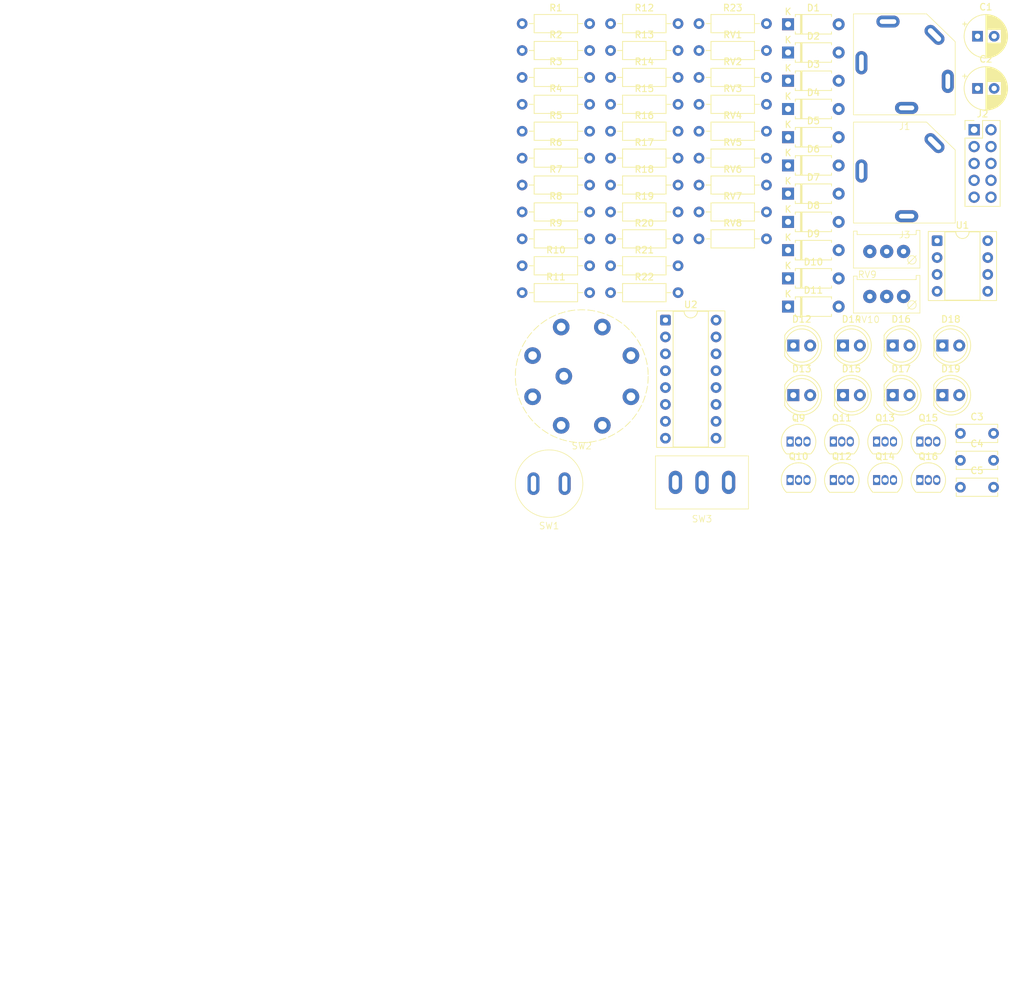
<source format=kicad_pcb>
(kicad_pcb (version 20241229) (generator "pcbnew") (generator_version "9.0")
  (layers (0 "F.Cu" signal) (2 "B.Cu" signal) (13 "F.Paste" user) (15 "B.Paste" user) (5 "F.SilkS" user "F.Silkscreen") (7 "B.SilkS" user "B.Silkscreen") (1 "F.Mask" user) (3 "B.Mask" user) (25 "Edge.Cuts" user))
  (net 0 "")
  (net 1 "+12V")
  (net 2 "GND")
  (net 3 "-12V")
  (net 4 "Net-(D1-A)")
  (net 5 "Net-(D1-K)")
  (net 6 "Net-(D2-K)")
  (net 7 "Net-(D2-A)")
  (net 8 "Net-(D3-A)")
  (net 9 "Net-(D10-K)")
  (net 10 "Net-(D4-A)")
  (net 11 "Net-(D5-A)")
  (net 12 "Net-(D6-A)")
  (net 13 "Net-(D7-A)")
  (net 14 "Net-(D8-A)")
  (net 15 "Net-(D9-A)")
  (net 16 "Net-(D10-A)")
  (net 17 "Net-(D11-A)")
  (net 18 "Net-(D12-A)")
  (net 19 "Net-(D12-K)")
  (net 20 "Net-(D13-A)")
  (net 21 "Net-(D13-K)")
  (net 22 "Net-(D14-K)")
  (net 23 "Net-(D14-A)")
  (net 24 "Net-(D15-K)")
  (net 25 "Net-(D15-A)")
  (net 26 "Net-(D16-K)")
  (net 27 "Net-(D16-A)")
  (net 28 "Net-(D17-K)")
  (net 29 "Net-(D17-A)")
  (net 30 "Net-(D18-K)")
  (net 31 "Net-(D18-A)")
  (net 32 "Net-(D19-K)")
  (net 33 "Net-(D19-A)")
  (net 34 "Net-(J1-PadT)")
  (net 35 "Net-(J3-PadT)")
  (net 36 "Net-(Q9-B)")
  (net 37 "Net-(Q10-B)")
  (net 38 "Net-(Q11-B)")
  (net 39 "Net-(Q12-B)")
  (net 40 "Net-(Q13-B)")
  (net 41 "Net-(Q14-B)")
  (net 42 "Net-(Q15-B)")
  (net 43 "Net-(Q16-B)")
  (net 44 "Net-(U1B-+)")
  (net 45 "Net-(SW3-B)")
  (net 46 "S1")
  (net 47 "S5")
  (net 48 "Net-(R9-Pad2)")
  (net 49 "Net-(SW3-A)")
  (net 50 "Net-(R10-Pad2)")
  (net 51 "Net-(SW3-C)")
  (net 52 "S2")
  (net 53 "S6")
  (net 54 "S3")
  (net 55 "S7")
  (net 56 "Net-(U1A--)")
  (net 57 "S4")
  (net 58 "S8")
  (net 59 "Net-(U2-Q8)")
  (footprint "Connector_PinHeader_2.54mm:PinHeader_2x05_P2.54mm_Vertical" (layer "F.Cu") (at 219.239 49.956)
    (property "Reference" "J2" (at 1.27 -2.38 0) (layer "F.SilkS"))
    (property "Value" "Eurorack 10 pin")
    (pad "1" thru_hole rect (at 0 0) (size 1.7 1.7) (drill 1) (layers "*.Cu" "*.Mask") (net 1 "+12V"))
    (pad "2" thru_hole circle (at 2.54 0) (size 1.7 1.7) (drill 1) (layers "*.Cu" "*.Mask") (net 1 "+12V"))
    (pad "3" thru_hole circle (at 0 2.54) (size 1.7 1.7) (drill 1) (layers "*.Cu" "*.Mask") (net 2 "GND"))
    (pad "4" thru_hole circle (at 2.54 2.54) (size 1.7 1.7) (drill 1) (layers "*.Cu" "*.Mask") (net 2 "GND"))
    (pad "5" thru_hole circle (at 0 5.08) (size 1.7 1.7) (drill 1) (layers "*.Cu" "*.Mask") (net 2 "GND"))
    (pad "6" thru_hole circle (at 2.54 5.08) (size 1.7 1.7) (drill 1) (layers "*.Cu" "*.Mask") (net 2 "GND"))
    (pad "7" thru_hole circle (at 0 7.62) (size 1.7 1.7) (drill 1) (layers "*.Cu" "*.Mask") (net 2 "GND"))
    (pad "8" thru_hole circle (at 2.54 7.62) (size 1.7 1.7) (drill 1) (layers "*.Cu" "*.Mask") (net 2 "GND"))
    (pad "9" thru_hole circle (at 0 10.16) (size 1.7 1.7) (drill 1) (layers "*.Cu" "*.Mask") (net 3 "-12V"))
    (pad "10" thru_hole circle (at 2.54 10.16) (size 1.7 1.7) (drill 1) (layers "*.Cu" "*.Mask") (net 3 "-12V"))
  )
  (footprint "Resistor_THT:R_Axial_DIN0207_L6.3mm_D2.5mm_P10.16mm_Horizontal" (layer "F.Cu") (at 151.199 74.486)
    (property "Reference" "R11" (at 5.08 -2.37 0) (layer "F.SilkS"))
    (property "Value" "100k")
    (pad "1" thru_hole circle (at 0 0) (size 1.6 1.6) (drill 0.8) (layers "*.Cu" "*.Mask") (net 52 "S2"))
    (pad "2" thru_hole oval (at 10.16 0) (size 1.6 1.6) (drill 0.8) (layers "*.Cu" "*.Mask") (net 37 "Net-(Q10-B)"))
  )
  (footprint "Resistor_THT:R_Axial_DIN0207_L6.3mm_D2.5mm_P10.16mm_Horizontal" (layer "F.Cu") (at 151.199 33.986)
    (property "Reference" "R1" (at 5.08 -2.37 0) (layer "F.SilkS"))
    (property "Value" "100k")
    (pad "1" thru_hole circle (at 0 0) (size 1.6 1.6) (drill 0.8) (layers "*.Cu" "*.Mask") (net 34 "Net-(J1-PadT)"))
    (pad "2" thru_hole oval (at 10.16 0) (size 1.6 1.6) (drill 0.8) (layers "*.Cu" "*.Mask") (net 44 "Net-(U1B-+)"))
  )
  (footprint "Diode_THT:D_A-405_P7.62mm_Horizontal" (layer "F.Cu") (at 191.229 76.586)
    (property "Reference" "D11" (at 3.81 -2.47 0) (layer "F.SilkS"))
    (property "Value" "1N4148")
    (fp_text user "K" (at 0 -1.9 0) (layer "F.SilkS"))
    (pad "1" thru_hole rect (at 0 0) (size 1.8 1.8) (drill 0.9) (layers "*.Cu" "*.Mask") (net 9 "Net-(D10-K)"))
    (pad "2" thru_hole oval (at 7.62 0) (size 1.8 1.8) (drill 0.9) (layers "*.Cu" "*.Mask") (net 17 "Net-(D11-A)"))
  )
  (footprint "LED_THT:LED_D5.0mm" (layer "F.Cu") (at 199.499 82.446)
    (property "Reference" "D14" (at 1.27 -3.96 0) (layer "F.SilkS"))
    (property "Value" "LED")
    (pad "1" thru_hole rect (at 0 0) (size 1.8 1.8) (drill 0.9) (layers "*.Cu" "*.Mask") (net 22 "Net-(D14-K)"))
    (pad "2" thru_hole circle (at 2.54 0) (size 1.8 1.8) (drill 0.9) (layers "*.Cu" "*.Mask") (net 23 "Net-(D14-A)"))
  )
  (footprint "Resistor_THT:R_Axial_DIN0207_L6.3mm_D2.5mm_P10.16mm_Horizontal" (layer "F.Cu") (at 177.819 62.336)
    (property "Reference" "RV7" (at 5.08 -2.37 0) (layer "F.SilkS"))
    (property "Value" "100k")
    (pad "1" thru_hole circle (at 0 0) (size 1.6 1.6) (drill 0.8) (layers "*.Cu" "*.Mask") (net 55 "S7"))
    (pad "2" thru_hole oval (at 10.16 0) (size 1.6 1.6) (drill 0.8) (layers "*.Cu" "*.Mask") (net 16 "Net-(D10-A)"))
  )
  (footprint "LED_THT:LED_D5.0mm" (layer "F.Cu") (at 214.459 82.446)
    (property "Reference" "D18" (at 1.27 -3.96 0) (layer "F.SilkS"))
    (property "Value" "LED")
    (pad "1" thru_hole rect (at 0 0) (size 1.8 1.8) (drill 0.9) (layers "*.Cu" "*.Mask") (net 30 "Net-(D18-K)"))
    (pad "2" thru_hole circle (at 2.54 0) (size 1.8 1.8) (drill 0.9) (layers "*.Cu" "*.Mask") (net 31 "Net-(D18-A)"))
  )
  (footprint "Resistor_THT:R_Axial_DIN0207_L6.3mm_D2.5mm_P10.16mm_Horizontal" (layer "F.Cu") (at 151.199 58.286)
    (property "Reference" "R7" (at 5.08 -2.37 0) (layer "F.SilkS"))
    (property "Value" "1k")
    (pad "1" thru_hole circle (at 0 0) (size 1.6 1.6) (drill 0.8) (layers "*.Cu" "*.Mask") (net 1 "+12V"))
    (pad "2" thru_hole oval (at 10.16 0) (size 1.6 1.6) (drill 0.8) (layers "*.Cu" "*.Mask") (net 18 "Net-(D12-A)"))
  )
  (footprint "Resistor_THT:R_Axial_DIN0207_L6.3mm_D2.5mm_P10.16mm_Horizontal" (layer "F.Cu") (at 164.509 62.336)
    (property "Reference" "R19" (at 5.08 -2.37 0) (layer "F.SilkS"))
    (property "Value" "1k")
    (pad "1" thru_hole circle (at 0 0) (size 1.6 1.6) (drill 0.8) (layers "*.Cu" "*.Mask") (net 56 "Net-(U1A--)"))
    (pad "2" thru_hole oval (at 10.16 0) (size 1.6 1.6) (drill 0.8) (layers "*.Cu" "*.Mask") (net 35 "Net-(J3-PadT)"))
  )
  (footprint "cynthia:6.35 mm jack socket mono in 3 pin socket tip pin west" (layer "F.Cu") (at 208.774 56.476)
    (property "Reference" "J3" (at 0 9.3 0) (layer "F.SilkS") (effects (font (thickness 0.1))))
    (property "Value" "CV out" (hide yes))
    (pad "" thru_hole oval (at 0.3 6.5 270) (size 1.8 3.5) (drill oval 0.7 2.3) (layers "*.Cu" "*.Mask"))
    (pad "S" thru_hole oval (at 4.5 -4.5 135) (size 3.5 1.8) (drill oval 2.5 0.8) (layers "*.Cu" "*.Mask") (net 2 "GND"))
    (pad "T" thru_hole oval (at -6.5 -0.3 90) (size 3.5 1.8) (drill oval 2.5 0.7) (layers "*.Cu" "*.Mask") (net 35 "Net-(J3-PadT)"))
  )
  (footprint "cynthia:mini switch" (layer "F.Cu") (at 178.274 103.051)
    (property "Reference" "SW3" (at 0 5.5 0) (layer "F.SilkS") (effects (font (thickness 0.1))))
    (property "Value" "SW_SPDT_312")
    (pad "1" thru_hole oval (at -4 0 90) (size 3.5 2) (drill oval 2.2 1) (layers "*.Cu" "*.Mask") (net 45 "Net-(SW3-B)"))
    (pad "2" thru_hole oval (at 0 0 90) (size 3.5 2) (drill oval 2.2 1) (layers "*.Cu" "*.Mask") (net 51 "Net-(SW3-C)"))
    (pad "3" thru_hole oval (at 4 0 90) (size 3.5 2) (drill oval 2.2 1) (layers "*.Cu" "*.Mask") (net 49 "Net-(SW3-A)"))
  )
  (footprint "Package_DIP:DIP-16_W7.62mm_Socket" (layer "F.Cu") (at 172.769 78.616)
    (property "Reference" "U2" (at 3.81 -2.33 0) (layer "F.SilkS"))
    (property "Value" "4017")
    (pad "1" thru_hole roundrect (at 0 0) (size 1.6 1.6) (drill 0.8) (layers "*.Cu" "*.Mask") (roundrect_rratio 0.15625) (net 53 "S6"))
    (pad "2" thru_hole circle (at 0 2.54) (size 1.6 1.6) (drill 0.8) (layers "*.Cu" "*.Mask") (net 52 "S2"))
    (pad "3" thru_hole circle (at 0 5.08) (size 1.6 1.6) (drill 0.8) (layers "*.Cu" "*.Mask") (net 46 "S1"))
    (pad "4" thru_hole circle (at 0 7.62) (size 1.6 1.6) (drill 0.8) (layers "*.Cu" "*.Mask") (net 54 "S3"))
    (pad "5" thru_hole circle (at 0 10.16) (size 1.6 1.6) (drill 0.8) (layers "*.Cu" "*.Mask") (net 55 "S7"))
    (pad "6" thru_hole circle (at 0 12.7) (size 1.6 1.6) (drill 0.8) (layers "*.Cu" "*.Mask") (net 58 "S8"))
    (pad "7" thru_hole circle (at 0 15.24) (size 1.6 1.6) (drill 0.8) (layers "*.Cu" "*.Mask") (net 57 "S4"))
    (pad "8" thru_hole circle (at 0 17.78) (size 1.6 1.6) (drill 0.8) (layers "*.Cu" "*.Mask") (net 2 "GND"))
    (pad "9" thru_hole circle (at 7.62 17.78) (size 1.6 1.6) (drill 0.8) (layers "*.Cu" "*.Mask") (net 59 "Net-(U2-Q8)"))
    (pad "10" thru_hole circle (at 7.62 15.24) (size 1.6 1.6) (drill 0.8) (layers "*.Cu" "*.Mask") (net 47 "S5"))
    (pad "11" thru_hole circle (at 7.62 12.7) (size 1.6 1.6) (drill 0.8) (layers "*.Cu" "*.Mask"))
    (pad "12" thru_hole circle (at 7.62 10.16) (size 1.6 1.6) (drill 0.8) (layers "*.Cu" "*.Mask"))
    (pad "13" thru_hole circle (at 7.62 7.62) (size 1.6 1.6) (drill 0.8) (layers "*.Cu" "*.Mask") (net 2 "GND"))
    (pad "14" thru_hole circle (at 7.62 5.08) (size 1.6 1.6) (drill 0.8) (layers "*.Cu" "*.Mask") (net 6 "Net-(D2-K)"))
    (pad "15" thru_hole circle (at 7.62 2.54) (size 1.6 1.6) (drill 0.8) (layers "*.Cu" "*.Mask") (net 5 "Net-(D1-K)"))
    (pad "16" thru_hole circle (at 7.62 0) (size 1.6 1.6) (drill 0.8) (layers "*.Cu" "*.Mask") (net 1 "+12V"))
  )
  (footprint "Capacitor_THT:C_Disc_D6.0mm_W2.5mm_P5.00mm" (layer "F.Cu") (at 217.169 99.726)
    (property "Reference" "C4" (at 2.5 -2.5 0) (layer "F.SilkS"))
    (property "Value" "100nF")
    (pad "1" thru_hole circle (at 0 0) (size 1.6 1.6) (drill 0.8) (layers "*.Cu" "*.Mask") (net 1 "+12V"))
    (pad "2" thru_hole circle (at 5 0) (size 1.6 1.6) (drill 0.8) (layers "*.Cu" "*.Mask") (net 2 "GND"))
  )
  (footprint "Resistor_THT:R_Axial_DIN0207_L6.3mm_D2.5mm_P10.16mm_Horizontal" (layer "F.Cu") (at 151.199 50.186)
    (property "Reference" "R5" (at 5.08 -2.37 0) (layer "F.SilkS"))
    (property "Value" "100k")
    (pad "1" thru_hole circle (at 0 0) (size 1.6 1.6) (drill 0.8) (layers "*.Cu" "*.Mask") (net 46 "S1"))
    (pad "2" thru_hole oval (at 10.16 0) (size 1.6 1.6) (drill 0.8) (layers "*.Cu" "*.Mask") (net 36 "Net-(Q9-B)"))
  )
  (footprint "Resistor_THT:R_Axial_DIN0207_L6.3mm_D2.5mm_P10.16mm_Horizontal" (layer "F.Cu") (at 164.509 54.236)
    (property "Reference" "R17" (at 5.08 -2.37 0) (layer "F.SilkS"))
    (property "Value" "1k")
    (pad "1" thru_hole circle (at 0 0) (size 1.6 1.6) (drill 0.8) (layers "*.Cu" "*.Mask") (net 1 "+12V"))
    (pad "2" thru_hole oval (at 10.16 0) (size 1.6 1.6) (drill 0.8) (layers "*.Cu" "*.Mask") (net 27 "Net-(D16-A)"))
  )
  (footprint "Resistor_THT:R_Axial_DIN0207_L6.3mm_D2.5mm_P10.16mm_Horizontal" (layer "F.Cu") (at 177.819 54.236)
    (property "Reference" "RV5" (at 5.08 -2.37 0) (layer "F.SilkS"))
    (property "Value" "100k")
    (pad "1" thru_hole circle (at 0 0) (size 1.6 1.6) (drill 0.8) (layers "*.Cu" "*.Mask") (net 47 "S5"))
    (pad "2" thru_hole oval (at 10.16 0) (size 1.6 1.6) (drill 0.8) (layers "*.Cu" "*.Mask") (net 14 "Net-(D8-A)"))
  )
  (footprint "Capacitor_THT:CP_Radial_D6.3mm_P2.50mm" (layer "F.Cu") (at 219.754241 35.886)
    (property "Reference" "C1" (at 1.25 -4.4 0) (layer "F.SilkS"))
    (property "Value" "47uF")
    (pad "1" thru_hole rect (at 0 0) (size 1.6 1.6) (drill 0.8) (layers "*.Cu" "*.Mask") (net 1 "+12V"))
    (pad "2" thru_hole circle (at 2.5 0) (size 1.6 1.6) (drill 0.8) (layers "*.Cu" "*.Mask") (net 2 "GND"))
  )
  (footprint "Diode_THT:D_A-405_P7.62mm_Horizontal" (layer "F.Cu") (at 191.229 68.086)
    (property "Reference" "D9" (at 3.81 -2.47 0) (layer "F.SilkS"))
    (property "Value" "1N4148")
    (fp_text user "K" (at 0 -1.9 0) (layer "F.SilkS"))
    (pad "1" thru_hole rect (at 0 0) (size 1.8 1.8) (drill 0.9) (layers "*.Cu" "*.Mask") (net 9 "Net-(D10-K)"))
    (pad "2" thru_hole oval (at 7.62 0) (size 1.8 1.8) (drill 0.9) (layers "*.Cu" "*.Mask") (net 15 "Net-(D9-A)"))
  )
  (footprint "Package_TO_SOT_THT:TO-92_Inline" (layer "F.Cu") (at 211.069 102.696)
    (property "Reference" "Q16" (at 1.27 -3.56 0) (layer "F.SilkS"))
    (property "Value" "BC548")
    (pad "1" thru_hole rect (at 0 0) (size 1.05 1.5) (drill 0.75) (layers "*.Cu" "*.Mask") (net 32 "Net-(D19-K)"))
    (pad "2" thru_hole oval (at 1.27 0) (size 1.05 1.5) (drill 0.75) (layers "*.Cu" "*.Mask") (net 43 "Net-(Q16-B)"))
    (pad "3" thru_hole oval (at 2.54 0) (size 1.05 1.5) (drill 0.75) (layers "*.Cu" "*.Mask") (net 2 "GND"))
  )
  (footprint "Resistor_THT:R_Axial_DIN0207_L6.3mm_D2.5mm_P10.16mm_Horizontal" (layer "F.Cu") (at 151.199 38.036)
    (property "Reference" "R2" (at 5.08 -2.37 0) (layer "F.SilkS"))
    (property "Value" "100k")
    (pad "1" thru_hole circle (at 0 0) (size 1.6 1.6) (drill 0.8) (layers "*.Cu" "*.Mask") (net 6 "Net-(D2-K)"))
    (pad "2" thru_hole oval (at 10.16 0) (size 1.6 1.6) (drill 0.8) (layers "*.Cu" "*.Mask") (net 2 "GND"))
  )
  (footprint "Package_TO_SOT_THT:TO-92_Inline" (layer "F.Cu") (at 191.539 102.696)
    (property "Reference" "Q10" (at 1.27 -3.56 0) (layer "F.SilkS"))
    (property "Value" "BC548")
    (pad "1" thru_hole rect (at 0 0) (size 1.05 1.5) (drill 0.75) (layers "*.Cu" "*.Mask") (net 22 "Net-(D14-K)"))
    (pad "2" thru_hole oval (at 1.27 0) (size 1.05 1.5) (drill 0.75) (layers "*.Cu" "*.Mask") (net 37 "Net-(Q10-B)"))
    (pad "3" thru_hole oval (at 2.54 0) (size 1.05 1.5) (drill 0.75) (layers "*.Cu" "*.Mask") (net 2 "GND"))
  )
  (footprint "Package_DIP:DIP-8_W7.62mm_Socket" (layer "F.Cu") (at 213.669 66.666)
    (property "Reference" "U1" (at 3.81 -2.33 0) (layer "F.SilkS"))
    (property "Value" "TL072")
    (pad "1" thru_hole roundrect (at 0 0) (size 1.6 1.6) (drill 0.8) (layers "*.Cu" "*.Mask") (roundrect_rratio 0.15625) (net 56 "Net-(U1A--)"))
    (pad "2" thru_hole circle (at 0 2.54) (size 1.6 1.6) (drill 0.8) (layers "*.Cu" "*.Mask") (net 56 "Net-(U1A--)"))
    (pad "3" thru_hole circle (at 0 5.08) (size 1.6 1.6) (drill 0.8) (layers "*.Cu" "*.Mask") (net 45 "Net-(SW3-B)"))
    (pad "4" thru_hole circle (at 0 7.62) (size 1.6 1.6) (drill 0.8) (layers "*.Cu" "*.Mask") (net 3 "-12V"))
    (pad "5" thru_hole circle (at 7.62 7.62) (size 1.6 1.6) (drill 0.8) (layers "*.Cu" "*.Mask") (net 44 "Net-(U1B-+)"))
    (pad "6" thru_hole circle (at 7.62 5.08) (size 1.6 1.6) (drill 0.8) (layers "*.Cu" "*.Mask") (net 7 "Net-(D2-A)"))
    (pad "7" thru_hole circle (at 7.62 2.54) (size 1.6 1.6) (drill 0.8) (layers "*.Cu" "*.Mask") (net 7 "Net-(D2-A)"))
    (pad "8" thru_hole circle (at 7.62 0) (size 1.6 1.6) (drill 0.8) (layers "*.Cu" "*.Mask") (net 1 "+12V"))
  )
  (footprint "Resistor_THT:R_Axial_DIN0207_L6.3mm_D2.5mm_P10.16mm_Horizontal" (layer "F.Cu") (at 164.509 70.436)
    (property "Reference" "R21" (at 5.08 -2.37 0) (layer "F.SilkS"))
    (property "Value" "100k")
    (pad "1" thru_hole circle (at 0 0) (size 1.6 1.6) (drill 0.8) (layers "*.Cu" "*.Mask") (net 58 "S8"))
    (pad "2" thru_hole oval (at 10.16 0) (size 1.6 1.6) (drill 0.8) (layers "*.Cu" "*.Mask") (net 43 "Net-(Q16-B)"))
  )
  (footprint "Diode_THT:D_A-405_P7.62mm_Horizontal" (layer "F.Cu") (at 191.229 63.836)
    (property "Reference" "D8" (at 3.81 -2.47 0) (layer "F.SilkS"))
    (property "Value" "1N4148")
    (fp_text user "K" (at 0 -1.9 0) (layer "F.SilkS"))
    (pad "1" thru_hole rect (at 0 0) (size 1.8 1.8) (drill 0.9) (layers "*.Cu" "*.Mask") (net 9 "Net-(D10-K)"))
    (pad "2" thru_hole oval (at 7.62 0) (size 1.8 1.8) (drill 0.9) (layers "*.Cu" "*.Mask") (net 14 "Net-(D8-A)"))
  )
  (footprint "LED_THT:LED_D5.0mm" (layer "F.Cu") (at 206.979 82.446)
    (property "Reference" "D16" (at 1.27 -3.96 0) (layer "F.SilkS"))
    (property "Value" "LED")
    (pad "1" thru_hole rect (at 0 0) (size 1.8 1.8) (drill 0.9) (layers "*.Cu" "*.Mask") (net 26 "Net-(D16-K)"))
    (pad "2" thru_hole circle (at 2.54 0) (size 1.8 1.8) (drill 0.9) (layers "*.Cu" "*.Mask") (net 27 "Net-(D16-A)"))
  )
  (footprint "Resistor_THT:R_Axial_DIN0207_L6.3mm_D2.5mm_P10.16mm_Horizontal" (layer "F.Cu") (at 164.509 33.986)
    (property "Reference" "R12" (at 5.08 -2.37 0) (layer "F.SilkS"))
    (property "Value" "100k")
    (pad "1" thru_hole circle (at 0 0) (size 1.6 1.6) (drill 0.8) (layers "*.Cu" "*.Mask") (net 53 "S6"))
    (pad "2" thru_hole oval (at 10.16 0) (size 1.6 1.6) (drill 0.8) (layers "*.Cu" "*.Mask") (net 41 "Net-(Q14-B)"))
  )
  (footprint "LED_THT:LED_D5.0mm" (layer "F.Cu") (at 192.019 89.916)
    (property "Reference" "D13" (at 1.27 -3.96 0) (layer "F.SilkS"))
    (property "Value" "LED")
    (pad "1" thru_hole rect (at 0 0) (size 1.8 1.8) (drill 0.9) (layers "*.Cu" "*.Mask") (net 21 "Net-(D13-K)"))
    (pad "2" thru_hole circle (at 2.54 0) (size 1.8 1.8) (drill 0.9) (layers "*.Cu" "*.Mask") (net 20 "Net-(D13-A)"))
  )
  (footprint "LED_THT:LED_D5.0mm" (layer "F.Cu") (at 199.499 89.916)
    (property "Reference" "D15" (at 1.27 -3.96 0) (layer "F.SilkS"))
    (property "Value" "LED")
    (pad "1" thru_hole rect (at 0 0) (size 1.8 1.8) (drill 0.9) (layers "*.Cu" "*.Mask") (net 24 "Net-(D15-K)"))
    (pad "2" thru_hole circle (at 2.54 0) (size 1.8 1.8) (drill 0.9) (layers "*.Cu" "*.Mask") (net 25 "Net-(D15-A)"))
  )
  (footprint "Resistor_THT:R_Axial_DIN0207_L6.3mm_D2.5mm_P10.16mm_Horizontal" (layer "F.Cu") (at 164.509 66.386)
    (property "Reference" "R20" (at 5.08 -2.37 0) (layer "F.SilkS"))
    (property "Value" "100k")
    (pad "1" thru_hole circle (at 0 0) (size 1.6 1.6) (drill 0.8) (layers "*.Cu" "*.Mask") (net 57 "S4"))
    (pad "2" thru_hole oval (at 10.16 0) (size 1.6 1.6) (drill 0.8) (layers "*.Cu" "*.Mask") (net 39 "Net-(Q12-B)"))
  )
  (footprint "Diode_THT:D_A-405_P7.62mm_Horizontal" (layer "F.Cu") (at 191.229 72.336)
    (property "Reference" "D10" (at 3.81 -2.47 0) (layer "F.SilkS"))
    (property "Value" "1N4148")
    (fp_text user "K" (at 0 -1.9 0) (layer "F.SilkS"))
    (pad "1" thru_hole rect (at 0 0) (size 1.8 1.8) (drill 0.9) (layers "*.Cu" "*.Mask") (net 9 "Net-(D10-K)"))
    (pad "2" thru_hole oval (at 7.62 0) (size 1.8 1.8) (drill 0.9) (layers "*.Cu" "*.Mask") (net 16 "Net-(D10-A)"))
  )
  (footprint "Resistor_THT:R_Axial_DIN0207_L6.3mm_D2.5mm_P10.16mm_Horizontal" (layer "F.Cu") (at 164.509 46.136)
    (property "Reference" "R15" (at 5.08 -2.37 0) (layer "F.SilkS"))
    (property "Value" "100k")
    (pad "1" thru_hole circle (at 0 0) (size 1.6 1.6) (drill 0.8) (layers "*.Cu" "*.Mask") (net 54 "S3"))
    (pad "2" thru_hole oval (at 10.16 0) (size 1.6 1.6) (drill 0.8) (layers "*.Cu" "*.Mask") (net 38 "Net-(Q11-B)"))
  )
  (footprint "Resistor_THT:R_Axial_DIN0207_L6.3mm_D2.5mm_P10.16mm_Horizontal" (layer "F.Cu") (at 177.819 46.136)
    (property "Reference" "RV3" (at 5.08 -2.37 0) (layer "F.SilkS"))
    (property "Value" "100k")
    (pad "1" thru_hole circle (at 0 0) (size 1.6 1.6) (drill 0.8) (layers "*.Cu" "*.Mask") (net 54 "S3"))
    (pad "2" thru_hole oval (at 10.16 0) (size 1.6 1.6) (drill 0.8) (layers "*.Cu" "*.Mask") (net 12 "Net-(D6-A)"))
  )
  (footprint "Resistor_THT:R_Axial_DIN0207_L6.3mm_D2.5mm_P10.16mm_Horizontal" (layer "F.Cu") (at 151.199 42.086)
    (property "Reference" "R3" (at 5.08 -2.37 0) (layer "F.SilkS"))
    (property "Value" "100k")
    (pad "1" thru_hole circle (at 0 0) (size 1.6 1.6) (drill 0.8) (layers "*.Cu" "*.Mask") (net 5 "Net-(D1-K)"))
    (pad "2" thru_hole oval (at 10.16 0) (size 1.6 1.6) (drill 0.8) (layers "*.Cu" "*.Mask") (net 2 "GND"))
  )
  (footprint "Resistor_THT:R_Axial_DIN0207_L6.3mm_D2.5mm_P10.16mm_Horizontal" (layer "F.Cu") (at 177.819 50.186)
    (property "Reference" "RV4" (at 5.08 -2.37 0) (layer "F.SilkS"))
    (property "Value" "100k")
    (pad "1" thru_hole circle (at 0 0) (size 1.6 1.6) (drill 0.8) (layers "*.Cu" "*.Mask") (net 57 "S4"))
    (pad "2" thru_hole oval (at 10.16 0) (size 1.6 1.6) (drill 0.8) (layers "*.Cu" "*.Mask") (net 13 "Net-(D7-A)"))
  )
  (footprint "Diode_THT:D_A-405_P7.62mm_Horizontal" (layer "F.Cu") (at 191.229 55.336)
    (property "Reference" "D6" (at 3.81 -2.47 0) (layer "F.SilkS"))
    (property "Value" "1N4148")
    (fp_text user "K" (at 0 -1.9 0) (layer "F.SilkS"))
    (pad "1" thru_hole rect (at 0 0) (size 1.8 1.8) (drill 0.9) (layers "*.Cu" "*.Mask") (net 9 "Net-(D10-K)"))
    (pad "2" thru_hole oval (at 7.62 0) (size 1.8 1.8) (drill 0.9) (layers "*.Cu" "*.Mask") (net 12 "Net-(D6-A)"))
  )
  (footprint "LED_THT:LED_D5.0mm" (layer "F.Cu") (at 206.979 89.916)
    (property "Reference" "D17" (at 1.27 -3.96 0) (layer "F.SilkS"))
    (property "Value" "LED")
    (pad "1" thru_hole rect (at 0 0) (size 1.8 1.8) (drill 0.9) (layers "*.Cu" "*.Mask") (net 28 "Net-(D17-K)"))
    (pad "2" thru_hole circle (at 2.54 0) (size 1.8 1.8) (drill 0.9) (layers "*.Cu" "*.Mask") (net 29 "Net-(D17-A)"))
  )
  (footprint "cynthia:mini rotary switch 8 positions" (layer "F.Cu") (at 160.174 87.061)
    (property "Reference" "SW2" (at 0 10.5 0) (layer "F.SilkS") (effects (font (thickness 0.1))))
    (property "Value" "~")
    (pad "1" thru_hole circle (at -3.1 7.4 135) (size 2.5 2.5) (drill 1.3) (layers "*.Cu" "*.Mask") (net 52 "S2"))
    (pad "2" thru_hole circle (at -7.4 3.1 135) (size 2.5 2.5) (drill 1.3) (layers "*.Cu" "*.Mask") (net 54 "S3"))
    (pad "3" thru_hole circle (at -7.4 -3.1 135) (size 2.5 2.5) (drill 1.3) (layers "*.Cu" "*.Mask") (net 57 "S4"))
    (pad "4" thru_hole circle (at -3.1 -7.4) (size 2.5 2.5) (drill 1.3) (layers "*.Cu" "*.Mask") (net 47 "S5"))
    (pad "5" thru_hole circle (at 3.1 -7.4 135) (size 2.5 2.5) (drill 1.3) (layers "*.Cu" "*.Mask") (net 53 "S6"))
    (pad "6" thru_hole circle (at 7.4 -3.1 135) (size 2.5 2.5) (drill 1.3) (layers "*.Cu" "*.Mask") (net 55 "S7"))
    (pad "7" thru_hole circle (at 7.4 3.1 135) (size 2.5 2.5) (drill 1.3) (layers "*.Cu" "*.Mask") (net 58 "S8"))
    (pad "8" thru_hole circle (at 3.1 7.4 135) (size 2.5 2.5) (drill 1.3) (layers "*.Cu" "*.Mask") (net 59 "Net-(U2-Q8)"))
    (pad "9" thru_hole circle (at -2.7 0 135) (size 2.5 2.5) (drill 1.3) (layers "*.Cu" "*.Mask") (net 8 "Net-(D3-A)"))
  )
  (footprint "LED_THT:LED_D5.0mm" (layer "F.Cu") (at 214.459 89.916)
    (property "Reference" "D19" (at 1.27 -3.96 0) (layer "F.SilkS"))
    (property "Value" "LED")
    (pad "1" thru_hole rect (at 0 0) (size 1.8 1.8) (drill 0.9) (layers "*.Cu" "*.Mask") (net 32 "Net-(D19-K)"))
    (pad "2" thru_hole circle (at 2.54 0) (size 1.8 1.8) (drill 0.9) (layers "*.Cu" "*.Mask") (net 33 "Net-(D19-A)"))
  )
  (footprint "cynthia:Push Button" (layer "F.Cu") (at 155.254 103.241)
    (property "Reference" "SW1" (at 0 6.35 0) (layer "F.SilkS") (effects (font (thickness 0.1))))
    (property "Value" "SW_Push")
    (pad "1" thru_hole oval (at -2.35 0) (size 1.8 3.4) (drill oval 0.8 2.4) (layers "*.Cu" "*.Mask") (net 1 "+12V"))
    (pad "2" thru_hole oval (at 2.35 0) (size 1.8 3.4) (drill oval 0.8 2.4) (layers "*.Cu" "*.Mask") (net 4 "Net-(D1-A)"))
  )
  (footprint "Resistor_THT:R_Axial_DIN0207_L6.3mm_D2.5mm_P10.16mm_Horizontal" (layer "F.Cu") (at 177.819 38.036)
    (property "Reference" "RV1" (at 5.08 -2.37 0) (layer "F.SilkS"))
    (property "Value" "100k")
    (pad "1" thru_hole circle (at 0 0) (size 1.6 1.6) (drill 0.8) (layers "*.Cu" "*.Mask") (net 46 "S1"))
    (pad "2" thru_hole oval (at 10.16 0) (size 1.6 1.6) (drill 0.8) (layers "*.Cu" "*.Mask") (net 10 "Net-(D4-A)"))
  )
  (footprint "Package_TO_SOT_THT:TO-92_Inline" (layer "F.Cu") (at 191.539 96.906)
    (property "Reference" "Q9" (at 1.27 -3.56 0) (layer "F.SilkS"))
    (property "Value" "BC548")
    (pad "1" thru_hole rect (at 0 0) (size 1.05 1.5) (drill 0.75) (layers "*.Cu" "*.Mask") (net 19 "Net-(D12-K)"))
    (pad "2" thru_hole oval (at 1.27 0) (size 1.05 1.5) (drill 0.75) (layers "*.Cu" "*.Mask") (net 36 "Net-(Q9-B)"))
    (pad "3" thru_hole oval (at 2.54 0) (size 1.05 1.5) (drill 0.75) (layers "*.Cu" "*.Mask") (net 2 "GND"))
  )
  (footprint "Diode_THT:D_A-405_P7.62mm_Horizontal" (layer "F.Cu") (at 191.229 59.586)
    (property "Reference" "D7" (at 3.81 -2.47 0) (layer "F.SilkS"))
    (property "Value" "1N4148")
    (fp_text user "K" (at 0 -1.9 0) (layer "F.SilkS"))
    (pad "1" thru_hole rect (at 0 0) (size 1.8 1.8) (drill 0.9) (layers "*.Cu" "*.Mask") (net 9 "Net-(D10-K)"))
    (pad "2" thru_hole oval (at 7.62 0) (size 1.8 1.8) (drill 0.9) (layers "*.Cu" "*.Mask") (net 13 "Net-(D7-A)"))
  )
  (footprint "Capacitor_THT:CP_Radial_D6.3mm_P2.50mm" (layer "F.Cu") (at 219.754241 43.736)
    (property "Reference" "C2" (at 1.25 -4.4 0) (layer "F.SilkS"))
    (property "Value" "47uF")
    (pad "1" thru_hole rect (at 0 0) (size 1.6 1.6) (drill 0.8) (layers "*.Cu" "*.Mask") (net 2 "GND"))
    (pad "2" thru_hole circle (at 2.5 0) (size 1.6 1.6) (drill 0.8) (layers "*.Cu" "*.Mask") (net 3 "-12V"))
  )
  (footprint "Resistor_THT:R_Axial_DIN0207_L6.3mm_D2.5mm_P10.16mm_Horizontal" (layer "F.Cu") (at 151.199 62.336)
    (property "Reference" "R8" (at 5.08 -2.37 0) (layer "F.SilkS"))
    (property "Value" "1k")
    (pad "1" thru_hole circle (at 0 0) (size 1.6 1.6) (drill 0.8) (layers "*.Cu" "*.Mask") (net 1 "+12V"))
    (pad "2" thru_hole oval (at 10.16 0) (size 1.6 1.6) (drill 0.8) (layers "*.Cu" "*.Mask") (net 20 "Net-(D13-A)"))
  )
  (footprint "Package_TO_SOT_THT:TO-92_Inline" (layer "F.Cu") (at 198.049 102.696)
    (property "Reference" "Q12" (at 1.27 -3.56 0) (layer "F.SilkS"))
    (property "Value" "BC548")
    (pad "1" thru_hole rect (at 0 0) (size 1.05 1.5) (drill 0.75) (layers "*.Cu" "*.Mask") (net 30 "Net-(D18-K)"))
    (pad "2" thru_hole oval (at 1.27 0) (size 1.05 1.5) (drill 0.75) (layers "*.Cu" "*.Mask") (net 39 "Net-(Q12-B)"))
    (pad "3" thru_hole oval (at 2.54 0) (size 1.05 1.5) (drill 0.75) (layers "*.Cu" "*.Mask") (net 2 "GND"))
  )
  (footprint "Package_TO_SOT_THT:TO-92_Inline" (layer "F.Cu") (at 198.049 96.906)
    (property "Reference" "Q11" (at 1.27 -3.56 0) (layer "F.SilkS"))
    (property "Value" "BC548")
    (pad "1" thru_hole rect (at 0 0) (size 1.05 1.5) (drill 0.75) (layers "*.Cu" "*.Mask") (net 26 "Net-(D16-K)"))
    (pad "2" thru_hole oval (at 1.27 0) (size 1.05 1.5) (drill 0.75) (layers "*.Cu" "*.Mask") (net 38 "Net-(Q11-B)"))
    (pad "3" thru_hole oval (at 2.54 0) (size 1.05 1.5) (drill 0.75) (layers "*.Cu" "*.Mask") (net 2 "GND"))
  )
  (footprint "Resistor_THT:R_Axial_DIN0207_L6.3mm_D2.5mm_P10.16mm_Horizontal" (layer "F.Cu") (at 164.509 58.286)
    (property "Reference" "R18" (at 5.08 -2.37 0) (layer "F.SilkS"))
    (property "Value" "1k")
    (pad "1" thru_hole circle (at 0 0) (size 1.6 1.6) (drill 0.8) (layers "*.Cu" "*.Mask") (net 1 "+12V"))
    (pad "2" thru_hole oval (at 10.16 0) (size 1.6 1.6) (drill 0.8) (layers "*.Cu" "*.Mask") (net 29 "Net-(D17-A)"))
  )
  (footprint "Resistor_THT:R_Axial_DIN0207_L6.3mm_D2.5mm_P10.16mm_Horizontal" (layer "F.Cu") (at 164.509 50.186)
    (property "Reference" "R16" (at 5.08 -2.37 0) (layer "F.SilkS"))
    (property "Value" "100k")
    (pad "1" thru_hole circle (at 0 0) (size 1.6 1.6) (drill 0.8) (layers "*.Cu" "*.Mask") (net 55 "S7"))
    (pad "2" thru_hole oval (at 10.16 0) (size 1.6 1.6) (drill 0.8) (layers "*.Cu" "*.Mask") (net 42 "Net-(Q15-B)"))
  )
  (footprint "Package_TO_SOT_THT:TO-92_Inline" (layer "F.Cu") (at 204.559 102.696)
    (property "Reference" "Q14" (at 1.27 -3.56 0) (layer "F.SilkS"))
    (property "Value" "BC548")
    (pad "1" thru_hole rect (at 0 0) (size 1.05 1.5) (drill 0.75) (layers "*.Cu" "*.Mask") (net 24 "Net-(D15-K)"))
    (pad "2" thru_hole oval (at 1.27 0) (size 1.05 1.5) (drill 0.75) (layers "*.Cu" "*.Mask") (net 41 "Net-(Q14-B)"))
    (pad "3" thru_hole oval (at 2.54 0) (size 1.05 1.5) (drill 0.75) (layers "*.Cu" "*.Mask") (net 2 "GND"))
  )
  (footprint "LED_THT:LED_D5.0mm" (layer "F.Cu") (at 192.019 82.446)
    (property "Reference" "D12" (at 1.27 -3.96 0) (layer "F.SilkS"))
    (property "Value" "LED")
    (pad "1" thru_hole rect (at 0 0) (size 1.8 1.8) (drill 0.9) (layers "*.Cu" "*.Mask") (net 19 "Net-(D12-K)"))
    (pad "2" thru_hole circle (at 2.54 0) (size 1.8 1.8) (drill 0.9) (layers "*.Cu" "*.Mask") (net 18 "Net-(D12-A)"))
  )
  (footprint "Diode_THT:D_A-405_P7.62mm_Horizontal" (layer "F.Cu") (at 191.229 46.836)
    (property "Reference" "D4" (at 3.81 -2.47 0) (layer "F.SilkS"))
    (property "Value" "1N4148")
    (fp_text user "K" (at 0 -1.9 0) (layer "F.SilkS"))
    (pad "1" thru_hole rect (at 0 0) (size 1.8 1.8) (drill 0.9) (layers "*.Cu" "*.Mask") (net 9 "Net-(D10-K)"))
    (pad "2" thru_hole oval (at 7.62 0) (size 1.8 1.8) (drill 0.9) (layers "*.Cu" "*.Mask") (net 10 "Net-(D4-A)"))
  )
  (footprint "Resistor_THT:R_Axial_DIN0207_L6.3mm_D2.5mm_P10.16mm_Horizontal" (layer "F.Cu") (at 177.819 58.286)
    (property "Reference" "RV6" (at 5.08 -2.37 0) (layer "F.SilkS"))
    (property "Value" "100k")
    (pad "1" thru_hole circle (at 0 0) (size 1.6 1.6) (drill 0.8) (layers "*.Cu" "*.Mask") (net 53 "S6"))
    (pad "2" thru_hole oval (at 10.16 0) (size 1.6 1.6) (drill 0.8) (layers "*.Cu" "*.Mask") (net 15 "Net-(D9-A)"))
  )
  (footprint "Resistor_THT:R_Axial_DIN0207_L6.3mm_D2.5mm_P10.16mm_Horizontal" (layer "F.Cu") (at 164.509 42.086)
    (property "Reference" "R14" (at 5.08 -2.37 0) (layer "F.SilkS"))
    (property "Value" "1k")
    (pad "1" thru_hole circle (at 0 0) (size 1.6 1.6) (drill 0.8) (layers "*.Cu" "*.Mask") (net 1 "+12V"))
    (pad "2" thru_hole oval (at 10.16 0) (size 1.6 1.6) (drill 0.8) (layers "*.Cu" "*.Mask") (net 25 "Net-(D15-A)"))
  )
  (footprint "Capacitor_THT:C_Disc_D6.0mm_W2.5mm_P5.00mm" (layer "F.Cu") (at 217.169 103.776)
    (property "Reference" "C5" (at 2.5 -2.5 0) (layer "F.SilkS"))
    (property "Value" "100nF")
    (pad "1" thru_hole circle (at 0 0) (size 1.6 1.6) (drill 0.8) (layers "*.Cu" "*.Mask") (net 2 "GND"))
    (pad "2" thru_hole circle (at 5 0) (size 1.6 1.6) (drill 0.8) (layers "*.Cu" "*.Mask") (net 3 "-12V"))
  )
  (footprint "Diode_THT:D_A-405_P7.62mm_Horizontal" (layer "F.Cu") (at 191.229 51.086)
    (property "Reference" "D5" (at 3.81 -2.47 0) (layer "F.SilkS"))
    (property "Value" "1N4148")
    (fp_text user "K" (at 0 -1.9 0) (layer "F.SilkS"))
    (pad "1" thru_hole rect (at 0 0) (size 1.8 1.8) (drill 0.9) (layers "*.Cu" "*.Mask") (net 9 "Net-(D10-K)"))
    (pad "2" thru_hole oval (at 7.62 0) (size 1.8 1.8) (drill 0.9) (layers "*.Cu" "*.Mask") (net 11 "Net-(D5-A)"))
  )
  (footprint "Resistor_THT:R_Axial_DIN0207_L6.3mm_D2.5mm_P10.16mm_Horizontal" (layer "F.Cu") (at 151.199 54.236)
    (property "Reference" "R6" (at 5.08 -2.37 0) (layer "F.SilkS"))
    (property "Value" "100k")
    (pad "1" thru_hole circle (at 0 0) (size 1.6 1.6) (drill 0.8) (layers "*.Cu" "*.Mask") (net 47 "S5"))
    (pad "2" thru_hole oval (at 10.16 0) (size 1.6 1.6) (drill 0.8) (layers "*.Cu" "*.Mask") (net 40 "Net-(Q13-B)"))
  )
  (footprint "Package_TO_SOT_THT:TO-92_Inline" (layer "F.Cu") (at 204.559 96.906)
    (property "Reference" "Q13" (at 1.27 -3.56 0) (layer "F.SilkS"))
    (property "Value" "BC548")
    (pad "1" thru_hole rect (at 0 0) (size 1.05 1.5) (drill 0.75) (layers "*.Cu" "*.Mask") (net 21 "Net-(D13-K)"))
    (pad "2" thru_hole oval (at 1.27 0) (size 1.05 1.5) (drill 0.75) (layers "*.Cu" "*.Mask") (net 40 "Net-(Q13-B)"))
    (pad "3" thru_hole oval (at 2.54 0) (size 1.05 1.5) (drill 0.75) (layers "*.Cu" "*.Mask") (net 2 "GND"))
  )
  (footprint "Resistor_THT:R_Axial_DIN0207_L6.3mm_D2.5mm_P10.16mm_Horizontal" (layer "F.Cu") (at 151.199 46.136)
    (property "Reference" "R4" (at 5.08 -2.37 0) (layer "F.SilkS"))
    (property "Value" "68k")
    (pad "1" thru_hole circle (at 0 0) (size 1.6 1.6) (drill 0.8) (layers "*.Cu" "*.Mask") (net 9 "Net-(D10-K)"))
    (pad "2" thru_hole oval (at 10.16 0) (size 1.6 1.6) (drill 0.8) (layers "*.Cu" "*.Mask") (net 45 "Net-(SW3-B)"))
  )
  (footprint "cynthia:6.35 mm jack socket stereo switched" (layer "F.Cu") (at 208.774 40.176)
    (property "Reference" "J1" (at 0 9.3 0) (layer "F.SilkS") (effects (font (thickness 0.1))))
    (property "Value" "Clock In")
    (pad "R" thru_hole oval (at -6.5 -0.3 90) (size 3.5 1.8) (drill oval 2.5 0.7) (layers "*.Cu" "*.Mask") (net 2 "GND"))
    (pad "RN" thru_hole oval (at -2.5 -6.5 270) (size 1.8 3.5) (drill oval 0.7 2.5) (layers "*.Cu" "*.Mask") (net 2 "GND"))
    (pad "S" thru_hole oval (at 4.5 -4.5 135) (size 3.5 1.8) (drill oval 2.5 0.8) (layers "*.Cu" "*.Mask") (net 2 "GND"))
    (pad "T" thru_hole oval (at 0.3 6.5 270) (size 1.8 3.5) (drill oval 0.7 2.3) (layers "*.Cu" "*.Mask") (net 34 "Net-(J1-PadT)"))
    (pad "TN" thru_hole oval (at 6.5 2.5 90) (size 3.5 1.8) (drill oval 2.3 0.7) (layers "*.Cu" "*.Mask") (net 2 "GND"))
  )
  (footprint "Resistor_THT:R_Axial_DIN0207_L6.3mm_D2.5mm_P10.16mm_Horizontal" (layer "F.Cu") (at 151.199 70.436)
    (property "Reference" "R10" (at 5.08 -2.37 0) (layer "F.SilkS"))
    (property "Value" "18k")
    (pad "1" thru_hole circle (at 0 0) (size 1.6 1.6) (drill 0.8) (layers "*.Cu" "*.Mask") (net 51 "Net-(SW3-C)"))
    (pad "2" thru_hole oval (at 10.16 0) (size 1.6 1.6) (drill 0.8) (layers "*.Cu" "*.Mask") (net 50 "Net-(R10-Pad2)"))
  )
  (footprint "Capacitor_THT:C_Disc_D6.0mm_W2.5mm_P5.00mm" (layer "F.Cu") (at 217.169 95.676)
    (property "Reference" "C3" (at 2.5 -2.5 0) (layer "F.SilkS"))
    (property "Value" "100nF")
    (pad "1" thru_hole circle (at 0 0) (size 1.6 1.6) (drill 0.8) (layers "*.Cu" "*.Mask") (net 2 "GND"))
    (pad "2" thru_hole circle (at 5 0) (size 1.6 1.6) (drill 0.8) (layers "*.Cu" "*.Mask") (net 1 "+12V"))
  )
  (footprint "Diode_THT:D_A-405_P7.62mm_Horizontal" (layer "F.Cu") (at 191.229 34.086)
    (property "Reference" "D1" (at 3.81 -2.47 0) (layer "F.SilkS"))
    (property "Value" "1N4148")
    (fp_text user "K" (at 0 -1.9 0) (layer "F.SilkS"))
    (pad "1" thru_hole rect (at 0 0) (size 1.8 1.8) (drill 0.9) (layers "*.Cu" "*.Mask") (net 5 "Net-(D1-K)"))
    (pad "2" thru_hole oval (at 7.62 0) (size 1.8 1.8) (drill 0.9) (layers "*.Cu" "*.Mask") (net 4 "Net-(D1-A)"))
  )
  (footprint "Resistor_THT:R_Axial_DIN0207_L6.3mm_D2.5mm_P10.16mm_Horizontal" (layer "F.Cu") (at 177.819 66.386)
    (property "Reference" "RV8" (at 5.08 -2.37 0) (layer "F.SilkS"))
    (property "Value" "100k")
    (pad "1" thru_hole circle (at 0 0) (size 1.6 1.6) (drill 0.8) (layers "*.Cu" "*.Mask") (net 58 "S8"))
    (pad "2" thru_hole oval (at 10.16 0) (size 1.6 1.6) (drill 0.8) (layers "*.Cu" "*.Mask") (net 17 "Net-(D11-A)"))
  )
  (footprint "cynthia:potentiometer inline" (layer "F.Cu") (at 206.074 75.061)
    (property "Reference" "RV10" (at -2.923827 3.475678 0) (layer "F.SilkS") (effects (font (thickness 0.1))))
    (property "Value" "2k")
    (pad "1" thru_hole circle (at -2.54 0) (size 2 2) (drill 0.8) (layers "*.Cu" "*.Mask") (net 50 "Net-(R10-Pad2)"))
    (pad "2" thru_hole circle (at 0 0) (size 2 2) (drill 0.8) (layers "*.Cu" "*.Mask") (net 2 "GND"))
    (pad "3" thru_hole circle (at 2.54 0) (size 2 2) (drill 0.8) (layers "*.Cu" "*.Mask") (net 2 "GND"))
  )
  (footprint "Package_TO_SOT_THT:TO-92_Inline" (layer "F.Cu") (at 211.069 96.906)
    (property "Reference" "Q15" (at 1.27 -3.56 0) (layer "F.SilkS"))
    (property "Value" "BC548")
    (pad "1" thru_hole rect (at 0 0) (size 1.05 1.5) (drill 0.75) (layers "*.Cu" "*.Mask") (net 28 "Net-(D17-K)"))
    (pad "2" thru_hole oval (at 1.27 0) (size 1.05 1.5) (drill 0.75) (layers "*.Cu" "*.Mask") (net 42 "Net-(Q15-B)"))
    (pad "3" thru_hole oval (at 2.54 0) (size 1.05 1.5) (drill 0.75) (layers "*.Cu" "*.Mask") (net 2 "GND"))
  )
  (footprint "Resistor_THT:R_Axial_DIN0207_L6.3mm_D2.5mm_P10.16mm_Horizontal" (layer "F.Cu") (at 164.509 38.036)
    (property "Reference" "R13" (at 5.08 -2.37 0) (layer "F.SilkS"))
    (property "Value" "1k")
    (pad "1" thru_hole circle (at 0 0) (size 1.6 1.6) (drill 0.8) (layers "*.Cu" "*.Mask") (net 1 "+12V"))
    (pad "2" thru_hole oval (at 10.16 0) (size 1.6 1.6) (drill 0.8) (layers "*.Cu" "*.Mask") (net 23 "Net-(D14-A)"))
  )
  (footprint "Diode_THT:D_A-405_P7.62mm_Horizontal" (layer "F.Cu") (at 191.229 38.336)
    (property "Reference" "D2" (at 3.81 -2.47 0) (layer "F.SilkS"))
    (property "Value" "1N4148")
    (fp_text user "K" (at 0 -1.9 0) (layer "F.SilkS"))
    (pad "1" thru_hole rect (at 0 0) (size 1.8 1.8) (drill 0.9) (layers "*.Cu" "*.Mask") (net 6 "Net-(D2-K)"))
    (pad "2" thru_hole oval (at 7.62 0) (size 1.8 1.8) (drill 0.9) (layers "*.Cu" "*.Mask") (net 7 "Net-(D2-A)"))
  )
  (footprint "Resistor_THT:R_Axial_DIN0207_L6.3mm_D2.5mm_P10.16mm_Horizontal" (layer "F.Cu") (at 151.199 66.386)
    (property "Reference" "R9" (at 5.08 -2.37 0) (layer "F.SilkS"))
    (property "Value" "51k")
    (pad "1" thru_hole circle (at 0 0) (size 1.6 1.6) (drill 0.8) (layers "*.Cu" "*.Mask") (net 49 "Net-(SW3-A)"))
    (pad "2" thru_hole oval (at 10.16 0) (size 1.6 1.6) (drill 0.8) (layers "*.Cu" "*.Mask") (net 48 "Net-(R9-Pad2)"))
  )
  (footprint "Diode_THT:D_A-405_P7.62mm_Horizontal" (layer "F.Cu") (at 191.229 42.586)
    (property "Reference" "D3" (at 3.81 -2.47 0) (layer "F.SilkS"))
    (property "Value" "1N4148")
    (fp_text user "K" (at 0 -1.9 0) (layer "F.SilkS"))
    (pad "1" thru_hole rect (at 0 0) (size 1.8 1.8) (drill 0.9) (layers "*.Cu" "*.Mask") (net 5 "Net-(D1-K)"))
    (pad "2" thru_hole oval (at 7.62 0) (size 1.8 1.8) (drill 0.9) (layers "*.Cu" "*.Mask") (net 8 "Net-(D3-A)"))
  )
  (footprint "Resistor_THT:R_Axial_DIN0207_L6.3mm_D2.5mm_P10.16mm_Horizontal" (layer "F.Cu") (at 164.509 74.486)
    (property "Reference" "R22" (at 5.08 -2.37 0) (layer "F.SilkS"))
    (property "Value" "1k")
    (pad "1" thru_hole circle (at 0 0) (size 1.6 1.6) (drill 0.8) (layers "*.Cu" "*.Mask") (net 1 "+12V"))
    (pad "2" thru_hole oval (at 10.16 0) (size 1.6 1.6) (drill 0.8) (layers "*.Cu" "*.Mask") (net 31 "Net-(D18-A)"))
  )
  (footprint "Resistor_THT:R_Axial_DIN0207_L6.3mm_D2.5mm_P10.16mm_Horizontal" (layer "F.Cu") (at 177.819 42.086)
    (property "Reference" "RV2" (at 5.08 -2.37 0) (layer "F.SilkS"))
    (property "Value" "100k")
    (pad "1" thru_hole circle (at 0 0) (size 1.6 1.6) (drill 0.8) (layers "*.Cu" "*.Mask") (net 52 "S2"))
    (pad "2" thru_hole oval (at 10.16 0) (size 1.6 1.6) (drill 0.8) (layers "*.Cu" "*.Mask") (net 11 "Net-(D5-A)"))
  )
  (footprint "Resistor_THT:R_Axial_DIN0207_L6.3mm_D2.5mm_P10.16mm_Horizontal" (layer "F.Cu") (at 177.819 33.986)
    (property "Reference" "R23" (at 5.08 -2.37 0) (layer "F.SilkS"))
    (property "Value" "1k")
    (pad "1" thru_hole circle (at 0 0) (size 1.6 1.6) (drill 0.8) (layers "*.Cu" "*.Mask") (net 1 "+12V"))
    (pad "2" thru_hole oval (at 10.16 0) (size 1.6 1.6) (drill 0.8) (layers "*.Cu" "*.Mask") (net 33 "Net-(D19-A)"))
  )
  (footprint "cynthia:potentiometer inline" (layer "F.Cu") (at 206.074 68.286)
    (property "Reference" "RV9" (at -2.923827 3.475678 0) (layer "F.SilkS") (effects (font (thickness 0.1))))
    (property "Value" "5k")
    (pad "1" thru_hole circle (at -2.54 0) (size 2 2) (drill 0.8) (layers "*.Cu" "*.Mask") (net 48 "Net-(R9-Pad2)"))
    (pad "2" thru_hole circle (at 0 0) (size 2 2) (drill 0.8) (layers "*.Cu" "*.Mask") (net 2 "GND"))
    (pad "3" thru_hole circle (at 2.54 0) (size 2 2) (drill 0.8) (layers "*.Cu" "*.Mask") (net 2 "GND"))
  )
)
</source>
